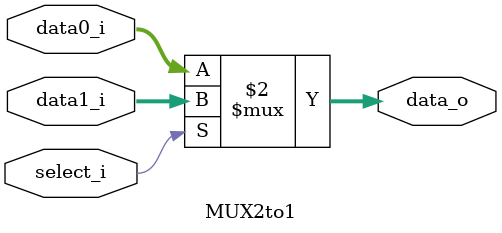
<source format=v>

`timescale 1ns/1ps

module MUX2to1(
    input  [31:0] data0_i,
    input  [31:0] data1_i,
    input         select_i,
    output [31:0] data_o
);

assign data_o = (select_i==0)?data0_i:data1_i;

endmodule

</source>
